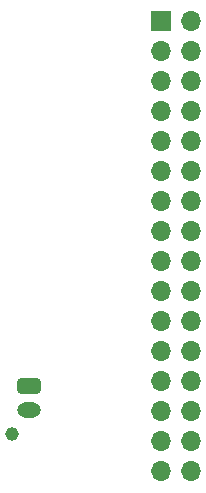
<source format=gbr>
%TF.GenerationSoftware,KiCad,Pcbnew,9.0.0*%
%TF.CreationDate,2025-03-28T03:05:09+02:00*%
%TF.ProjectId,PCB,5043422e-6b69-4636-9164-5f7063625858,rev?*%
%TF.SameCoordinates,Original*%
%TF.FileFunction,Soldermask,Bot*%
%TF.FilePolarity,Negative*%
%FSLAX46Y46*%
G04 Gerber Fmt 4.6, Leading zero omitted, Abs format (unit mm)*
G04 Created by KiCad (PCBNEW 9.0.0) date 2025-03-28 03:05:09*
%MOMM*%
%LPD*%
G01*
G04 APERTURE LIST*
G04 Aperture macros list*
%AMRoundRect*
0 Rectangle with rounded corners*
0 $1 Rounding radius*
0 $2 $3 $4 $5 $6 $7 $8 $9 X,Y pos of 4 corners*
0 Add a 4 corners polygon primitive as box body*
4,1,4,$2,$3,$4,$5,$6,$7,$8,$9,$2,$3,0*
0 Add four circle primitives for the rounded corners*
1,1,$1+$1,$2,$3*
1,1,$1+$1,$4,$5*
1,1,$1+$1,$6,$7*
1,1,$1+$1,$8,$9*
0 Add four rect primitives between the rounded corners*
20,1,$1+$1,$2,$3,$4,$5,0*
20,1,$1+$1,$4,$5,$6,$7,0*
20,1,$1+$1,$6,$7,$8,$9,0*
20,1,$1+$1,$8,$9,$2,$3,0*%
G04 Aperture macros list end*
%ADD10R,1.700000X1.700000*%
%ADD11O,1.700000X1.700000*%
%ADD12C,1.150000*%
%ADD13RoundRect,0.250000X-0.750000X-0.400000X0.750000X-0.400000X0.750000X0.400000X-0.750000X0.400000X0*%
%ADD14O,2.000000X1.300000*%
G04 APERTURE END LIST*
D10*
%TO.C,J3*%
X117197600Y-72807500D03*
D11*
X119737600Y-72807500D03*
X117197600Y-75347500D03*
X119737600Y-75347500D03*
X117197600Y-77887500D03*
X119737600Y-77887500D03*
X117197600Y-80427500D03*
X119737600Y-80427500D03*
X117197600Y-82967500D03*
X119737600Y-82967500D03*
X117197600Y-85507500D03*
X119737600Y-85507500D03*
X117197600Y-88047500D03*
X119737600Y-88047500D03*
X117197600Y-90587500D03*
X119737600Y-90587500D03*
X117197600Y-93127500D03*
X119737600Y-93127500D03*
X117197600Y-95667500D03*
X119737600Y-95667500D03*
X117197600Y-98207500D03*
X119737600Y-98207500D03*
X117197600Y-100747500D03*
X119737600Y-100747500D03*
X117197600Y-103287500D03*
X119737600Y-103287500D03*
X117197600Y-105827500D03*
X119737600Y-105827500D03*
X117197600Y-108367500D03*
X119737600Y-108367500D03*
X117197600Y-110907500D03*
X119737600Y-110907500D03*
%TD*%
D12*
%TO.C,J1*%
X104547600Y-107757500D03*
D13*
X106047600Y-103707500D03*
D14*
X106047600Y-105707500D03*
%TD*%
M02*

</source>
